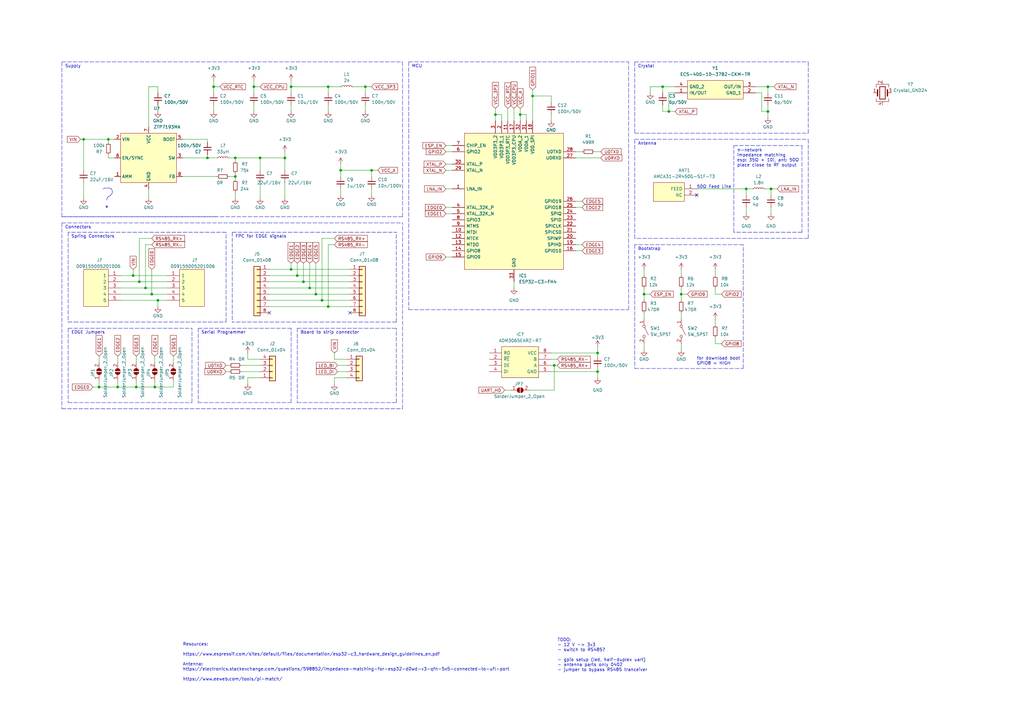
<source format=kicad_sch>
(kicad_sch (version 20211123) (generator eeschema)
  (paper "A3")
  (junction (at 124.46 115.57))
  (junction (at 152.4 69.85))
  (junction (at 116.84 64.77))
  (junction (at 44.45 57.15))
  (junction (at 57.15 115.57))
  (junction (at 245.11 152.4))
  (junction (at 314.96 45.72))
  (junction (at 55.88 158.75))
  (junction (at 314.96 35.56))
  (junction (at 119.38 35.56))
  (junction (at 213.36 46.99))
  (junction (at 264.16 120.65))
  (junction (at 245.11 144.78))
  (junction (at 132.08 123.19))
  (junction (at 149.86 35.56))
  (junction (at 62.23 120.65))
  (junction (at 48.26 158.75))
  (junction (at 306.07 77.47))
  (junction (at 274.32 45.72))
  (junction (at 134.62 35.56))
  (junction (at 134.62 125.73))
  (junction (at 106.68 64.77))
  (junction (at 85.09 64.77))
  (junction (at 96.52 72.39))
  (junction (at 203.2 46.99))
  (junction (at 87.63 35.56))
  (junction (at 59.69 118.11))
  (junction (at 40.64 158.75))
  (junction (at 54.61 113.03))
  (junction (at 227.33 149.86))
  (junction (at 96.52 64.77))
  (junction (at 34.29 57.15))
  (junction (at 119.38 110.49))
  (junction (at 271.78 35.56))
  (junction (at 104.14 35.56))
  (junction (at 127 118.11))
  (junction (at 316.23 77.47))
  (junction (at 279.4 120.65))
  (junction (at 129.54 120.65))
  (junction (at 218.44 39.37))
  (junction (at 64.77 123.19))
  (junction (at 63.5 158.75))
  (junction (at 121.92 113.03))
  (junction (at 139.7 69.85))
  (no_connect (at 143.51 128.27))
  (no_connect (at 110.49 128.27))
  (no_connect (at 285.75 80.01))
  (wire (pts (xy 59.69 100.33) (xy 59.69 118.11)))
  (polyline (pts (xy 260.35 97.79) (xy 260.35 57.15)))
  (polyline (pts (xy 260.35 54.61) (xy 331.47 54.61)))
  (wire (pts (xy 104.14 43.18) (xy 104.14 45.72)))
  (polyline (pts (xy 27.94 95.25) (xy 27.94 132.08)))
  (polyline (pts (xy 119.38 165.1) (xy 119.38 134.62)))
  (polyline (pts (xy 121.92 134.62) (xy 121.92 165.1)))
  (wire (pts (xy 63.5 158.75) (xy 71.12 158.75)))
  (wire (pts (xy 48.26 158.75) (xy 55.88 158.75)))
  (wire (pts (xy 60.96 35.56) (xy 64.77 35.56)))
  (polyline (pts (xy 95.25 95.25) (xy 95.25 132.08)))
  (wire (pts (xy 127 118.11) (xy 143.51 118.11)))
  (wire (pts (xy 96.52 71.12) (xy 96.52 72.39)))
  (wire (pts (xy 264.16 110.49) (xy 264.16 113.03)))
  (wire (pts (xy 96.52 72.39) (xy 96.52 73.66)))
  (polyline (pts (xy 167.64 25.4) (xy 167.64 127)))
  (wire (pts (xy 152.4 69.85) (xy 152.4 72.39)))
  (wire (pts (xy 101.6 144.78) (xy 101.6 147.32)))
  (wire (pts (xy 93.98 64.77) (xy 96.52 64.77)))
  (wire (pts (xy 127 118.11) (xy 127 107.95)))
  (wire (pts (xy 119.38 33.02) (xy 119.38 35.56)))
  (wire (pts (xy 55.88 146.05) (xy 55.88 148.59)))
  (wire (pts (xy 218.44 39.37) (xy 226.06 39.37)))
  (polyline (pts (xy 331.47 54.61) (xy 331.47 25.4)))
  (wire (pts (xy 264.16 140.97) (xy 264.16 143.51)))
  (wire (pts (xy 218.44 36.83) (xy 218.44 39.37)))
  (wire (pts (xy 182.88 67.31) (xy 185.42 67.31)))
  (wire (pts (xy 306.07 77.47) (xy 308.61 77.47)))
  (wire (pts (xy 119.38 35.56) (xy 134.62 35.56)))
  (wire (pts (xy 101.6 147.32) (xy 106.68 147.32)))
  (wire (pts (xy 116.84 62.23) (xy 116.84 64.77)))
  (wire (pts (xy 104.14 35.56) (xy 104.14 33.02)))
  (polyline (pts (xy 25.4 167.64) (xy 165.1 167.64)))
  (wire (pts (xy 62.23 100.33) (xy 59.69 100.33)))
  (wire (pts (xy 101.6 154.94) (xy 106.68 154.94)))
  (wire (pts (xy 228.6 149.86) (xy 227.33 149.86)))
  (polyline (pts (xy 328.93 95.25) (xy 300.99 95.25)))
  (wire (pts (xy 139.7 67.31) (xy 139.7 69.85)))
  (wire (pts (xy 63.5 146.05) (xy 63.5 148.59)))
  (wire (pts (xy 110.49 120.65) (xy 129.54 120.65)))
  (wire (pts (xy 182.88 105.41) (xy 185.42 105.41)))
  (wire (pts (xy 243.84 62.23) (xy 246.38 62.23)))
  (wire (pts (xy 106.68 64.77) (xy 116.84 64.77)))
  (wire (pts (xy 110.49 123.19) (xy 132.08 123.19)))
  (wire (pts (xy 264.16 118.11) (xy 264.16 120.65)))
  (wire (pts (xy 271.78 35.56) (xy 271.78 38.1)))
  (polyline (pts (xy 121.92 134.62) (xy 162.56 134.62)))
  (wire (pts (xy 85.09 64.77) (xy 88.9 64.77)))
  (polyline (pts (xy 260.35 25.4) (xy 331.47 25.4)))
  (wire (pts (xy 96.52 64.77) (xy 106.68 64.77)))
  (wire (pts (xy 144.78 35.56) (xy 149.86 35.56)))
  (wire (pts (xy 208.28 44.45) (xy 208.28 49.53)))
  (polyline (pts (xy 78.74 165.1) (xy 78.74 134.62)))
  (wire (pts (xy 116.84 64.77) (xy 116.84 69.85)))
  (wire (pts (xy 99.06 149.86) (xy 106.68 149.86)))
  (wire (pts (xy 227.33 149.86) (xy 227.33 160.02)))
  (wire (pts (xy 55.88 158.75) (xy 55.88 156.21)))
  (wire (pts (xy 74.93 72.39) (xy 88.9 72.39)))
  (wire (pts (xy 226.06 152.4) (xy 245.11 152.4)))
  (polyline (pts (xy 165.1 88.9) (xy 25.4 88.9)))
  (wire (pts (xy 264.16 120.65) (xy 264.16 123.19)))
  (wire (pts (xy 64.77 35.56) (xy 64.77 38.1)))
  (wire (pts (xy 227.33 149.86) (xy 226.06 149.86)))
  (wire (pts (xy 182.88 85.09) (xy 185.42 85.09)))
  (wire (pts (xy 110.49 115.57) (xy 124.46 115.57)))
  (wire (pts (xy 293.37 130.81) (xy 293.37 133.35)))
  (wire (pts (xy 226.06 144.78) (xy 245.11 144.78)))
  (wire (pts (xy 264.16 120.65) (xy 266.7 120.65)))
  (wire (pts (xy 271.78 35.56) (xy 276.86 35.56)))
  (wire (pts (xy 110.49 113.03) (xy 121.92 113.03)))
  (wire (pts (xy 245.11 151.13) (xy 245.11 152.4)))
  (wire (pts (xy 62.23 120.65) (xy 68.58 120.65)))
  (wire (pts (xy 54.61 113.03) (xy 68.58 113.03)))
  (wire (pts (xy 49.53 123.19) (xy 64.77 123.19)))
  (polyline (pts (xy 165.1 25.4) (xy 165.1 88.9)))
  (polyline (pts (xy 25.4 91.44) (xy 165.1 91.44)))
  (wire (pts (xy 134.62 35.56) (xy 139.7 35.56)))
  (wire (pts (xy 306.07 80.01) (xy 306.07 77.47)))
  (wire (pts (xy 119.38 43.18) (xy 119.38 45.72)))
  (wire (pts (xy 274.32 45.72) (xy 271.78 45.72)))
  (wire (pts (xy 238.76 85.09) (xy 236.22 85.09)))
  (wire (pts (xy 236.22 64.77) (xy 246.38 64.77)))
  (wire (pts (xy 137.16 154.94) (xy 142.24 154.94)))
  (wire (pts (xy 40.64 156.21) (xy 40.64 158.75)))
  (polyline (pts (xy 95.25 95.25) (xy 162.56 95.25)))
  (wire (pts (xy 213.36 44.45) (xy 213.36 46.99)))
  (wire (pts (xy 137.16 144.78) (xy 137.16 147.32)))
  (wire (pts (xy 182.88 59.69) (xy 185.42 59.69)))
  (wire (pts (xy 57.15 97.79) (xy 62.23 97.79)))
  (wire (pts (xy 264.16 128.27) (xy 264.16 130.81)))
  (wire (pts (xy 119.38 38.1) (xy 119.38 35.56)))
  (wire (pts (xy 279.4 120.65) (xy 281.94 120.65)))
  (wire (pts (xy 33.02 57.15) (xy 34.29 57.15)))
  (wire (pts (xy 134.62 43.18) (xy 134.62 45.72)))
  (polyline (pts (xy 81.28 134.62) (xy 119.38 134.62)))
  (wire (pts (xy 316.23 77.47) (xy 316.23 80.01)))
  (wire (pts (xy 279.4 128.27) (xy 279.4 130.81)))
  (polyline (pts (xy 304.8 100.33) (xy 260.35 100.33)))
  (wire (pts (xy 59.69 118.11) (xy 68.58 118.11)))
  (wire (pts (xy 245.11 144.78) (xy 245.11 142.24)))
  (wire (pts (xy 279.4 110.49) (xy 279.4 113.03)))
  (wire (pts (xy 266.7 35.56) (xy 266.7 38.1)))
  (wire (pts (xy 218.44 39.37) (xy 218.44 49.53)))
  (wire (pts (xy 293.37 118.11) (xy 293.37 120.65)))
  (wire (pts (xy 313.69 77.47) (xy 316.23 77.47)))
  (wire (pts (xy 213.36 46.99) (xy 215.9 46.99)))
  (wire (pts (xy 44.45 63.5) (xy 44.45 64.77)))
  (wire (pts (xy 129.54 120.65) (xy 129.54 107.95)))
  (wire (pts (xy 236.22 100.33) (xy 238.76 100.33)))
  (wire (pts (xy 152.4 69.85) (xy 154.94 69.85)))
  (wire (pts (xy 124.46 115.57) (xy 143.51 115.57)))
  (wire (pts (xy 207.01 160.02) (xy 209.55 160.02)))
  (wire (pts (xy 213.36 49.53) (xy 213.36 46.99)))
  (wire (pts (xy 245.11 144.78) (xy 245.11 146.05)))
  (polyline (pts (xy 167.64 127) (xy 257.81 127)))
  (wire (pts (xy 316.23 77.47) (xy 318.77 77.47)))
  (wire (pts (xy 134.62 100.33) (xy 134.62 125.73)))
  (wire (pts (xy 64.77 43.18) (xy 64.77 45.72)))
  (wire (pts (xy 309.88 38.1) (xy 312.42 38.1)))
  (wire (pts (xy 129.54 120.65) (xy 143.51 120.65)))
  (wire (pts (xy 293.37 138.43) (xy 293.37 140.97)))
  (wire (pts (xy 274.32 45.72) (xy 276.86 45.72)))
  (wire (pts (xy 138.43 149.86) (xy 142.24 149.86)))
  (wire (pts (xy 124.46 115.57) (xy 124.46 107.95)))
  (polyline (pts (xy 92.71 132.08) (xy 92.71 95.25)))
  (wire (pts (xy 314.96 43.18) (xy 314.96 45.72)))
  (wire (pts (xy 149.86 43.18) (xy 149.86 45.72)))
  (wire (pts (xy 316.23 85.09) (xy 316.23 87.63)))
  (wire (pts (xy 121.92 113.03) (xy 121.92 107.95)))
  (polyline (pts (xy 92.71 95.25) (xy 27.94 95.25)))
  (wire (pts (xy 48.26 158.75) (xy 48.26 156.21)))
  (wire (pts (xy 110.49 118.11) (xy 127 118.11)))
  (polyline (pts (xy 30.48 132.08) (xy 92.71 132.08)))
  (wire (pts (xy 293.37 120.65) (xy 295.91 120.65)))
  (wire (pts (xy 134.62 125.73) (xy 143.51 125.73)))
  (wire (pts (xy 152.4 77.47) (xy 152.4 80.01)))
  (wire (pts (xy 137.16 147.32) (xy 142.24 147.32)))
  (wire (pts (xy 226.06 46.99) (xy 226.06 49.53)))
  (wire (pts (xy 74.93 64.77) (xy 85.09 64.77)))
  (wire (pts (xy 279.4 140.97) (xy 279.4 143.51)))
  (wire (pts (xy 226.06 147.32) (xy 228.6 147.32)))
  (wire (pts (xy 245.11 152.4) (xy 245.11 154.94)))
  (wire (pts (xy 96.52 81.28) (xy 96.52 78.74)))
  (wire (pts (xy 92.71 149.86) (xy 93.98 149.86)))
  (wire (pts (xy 312.42 45.72) (xy 314.96 45.72)))
  (polyline (pts (xy 27.94 134.62) (xy 78.74 134.62)))
  (wire (pts (xy 285.75 77.47) (xy 306.07 77.47)))
  (polyline (pts (xy 162.56 132.08) (xy 162.56 95.25)))
  (wire (pts (xy 60.96 35.56) (xy 60.96 52.07)))
  (wire (pts (xy 57.15 115.57) (xy 68.58 115.57)))
  (polyline (pts (xy 331.47 57.15) (xy 331.47 97.79)))
  (wire (pts (xy 279.4 118.11) (xy 279.4 120.65)))
  (wire (pts (xy 271.78 35.56) (xy 266.7 35.56)))
  (wire (pts (xy 293.37 110.49) (xy 293.37 113.03)))
  (polyline (pts (xy 25.4 91.44) (xy 25.4 167.64)))
  (polyline (pts (xy 25.4 25.4) (xy 165.1 25.4)))
  (wire (pts (xy 312.42 38.1) (xy 312.42 45.72)))
  (wire (pts (xy 274.32 38.1) (xy 274.32 45.72)))
  (wire (pts (xy 85.09 57.15) (xy 85.09 58.42)))
  (polyline (pts (xy 81.28 165.1) (xy 119.38 165.1)))
  (wire (pts (xy 63.5 158.75) (xy 63.5 156.21)))
  (polyline (pts (xy 304.8 151.13) (xy 304.8 100.33)))
  (polyline (pts (xy 257.81 127) (xy 257.81 25.4)))
  (wire (pts (xy 71.12 146.05) (xy 71.12 148.59)))
  (wire (pts (xy 210.82 44.45) (xy 210.82 49.53)))
  (wire (pts (xy 106.68 64.77) (xy 106.68 69.85)))
  (polyline (pts (xy 260.35 100.33) (xy 260.35 151.13)))
  (wire (pts (xy 276.86 38.1) (xy 274.32 38.1)))
  (wire (pts (xy 96.52 64.77) (xy 96.52 66.04)))
  (wire (pts (xy 119.38 110.49) (xy 119.38 107.95)))
  (wire (pts (xy 271.78 43.18) (xy 271.78 45.72)))
  (wire (pts (xy 38.1 158.75) (xy 40.64 158.75)))
  (wire (pts (xy 49.53 118.11) (xy 59.69 118.11)))
  (wire (pts (xy 203.2 44.45) (xy 203.2 46.99)))
  (wire (pts (xy 87.63 35.56) (xy 90.17 35.56)))
  (wire (pts (xy 132.08 97.79) (xy 132.08 123.19)))
  (wire (pts (xy 314.96 35.56) (xy 317.5 35.56)))
  (polyline (pts (xy 27.94 134.62) (xy 27.94 165.1)))
  (wire (pts (xy 106.68 74.93) (xy 106.68 81.28)))
  (polyline (pts (xy 300.99 95.25) (xy 300.99 59.69)))
  (wire (pts (xy 139.7 77.47) (xy 139.7 80.01)))
  (wire (pts (xy 137.16 97.79) (xy 132.08 97.79)))
  (polyline (pts (xy 331.47 97.79) (xy 260.35 97.79)))
  (wire (pts (xy 49.53 113.03) (xy 54.61 113.03)))
  (wire (pts (xy 54.61 110.49) (xy 54.61 113.03)))
  (wire (pts (xy 132.08 123.19) (xy 143.51 123.19)))
  (wire (pts (xy 55.88 158.75) (xy 63.5 158.75)))
  (polyline (pts (xy 167.64 25.4) (xy 257.81 25.4)))
  (wire (pts (xy 182.88 87.63) (xy 185.42 87.63)))
  (polyline (pts (xy 260.35 25.4) (xy 260.35 54.61)))
  (wire (pts (xy 40.64 146.05) (xy 40.64 148.59)))
  (polyline (pts (xy 121.92 165.1) (xy 162.56 165.1)))
  (wire (pts (xy 182.88 77.47) (xy 185.42 77.47)))
  (wire (pts (xy 44.45 57.15) (xy 44.45 58.42)))
  (polyline (pts (xy 27.94 132.08) (xy 30.48 132.08)))
  (wire (pts (xy 71.12 158.75) (xy 71.12 156.21)))
  (wire (pts (xy 87.63 38.1) (xy 87.63 35.56)))
  (wire (pts (xy 236.22 82.55) (xy 238.76 82.55)))
  (wire (pts (xy 279.4 120.65) (xy 279.4 123.19)))
  (wire (pts (xy 87.63 35.56) (xy 87.63 33.02)))
  (wire (pts (xy 110.49 110.49) (xy 119.38 110.49)))
  (wire (pts (xy 34.29 57.15) (xy 44.45 57.15)))
  (wire (pts (xy 85.09 63.5) (xy 85.09 64.77)))
  (wire (pts (xy 93.98 72.39) (xy 96.52 72.39)))
  (wire (pts (xy 139.7 69.85) (xy 152.4 69.85)))
  (wire (pts (xy 49.53 120.65) (xy 62.23 120.65)))
  (polyline (pts (xy 162.56 165.1) (xy 162.56 134.62)))
  (wire (pts (xy 138.43 152.4) (xy 142.24 152.4)))
  (wire (pts (xy 119.38 110.49) (xy 143.51 110.49)))
  (wire (pts (xy 203.2 46.99) (xy 203.2 49.53)))
  (polyline (pts (xy 25.4 88.9) (xy 88.9 88.9)))
  (wire (pts (xy 34.29 57.15) (xy 34.29 69.85)))
  (wire (pts (xy 48.26 146.05) (xy 48.26 148.59)))
  (wire (pts (xy 137.16 100.33) (xy 134.62 100.33)))
  (polyline (pts (xy 165.1 167.64) (xy 165.1 91.44)))
  (wire (pts (xy 40.64 158.75) (xy 48.26 158.75)))
  (wire (pts (xy 116.84 74.93) (xy 116.84 81.28)))
  (polyline (pts (xy 25.4 88.9) (xy 25.4 25.4)))
  (wire (pts (xy 44.45 57.15) (xy 46.99 57.15)))
  (polyline (pts (xy 27.94 165.1) (xy 78.74 165.1)))
  (wire (pts (xy 182.88 62.23) (xy 185.42 62.23)))
  (wire (pts (xy 99.06 152.4) (xy 106.68 152.4)))
  (wire (pts (xy 210.82 115.57) (xy 210.82 118.11)))
  (wire (pts (xy 182.88 69.85) (xy 185.42 69.85)))
  (wire (pts (xy 60.96 77.47) (xy 60.96 81.28)))
  (wire (pts (xy 149.86 35.56) (xy 152.4 35.56)))
  (wire (pts (xy 203.2 46.99) (xy 205.74 46.99)))
  (wire (pts (xy 205.74 46.99) (xy 205.74 49.53)))
  (wire (pts (xy 134.62 38.1) (xy 134.62 35.56)))
  (wire (pts (xy 306.07 85.09) (xy 306.07 87.63)))
  (wire (pts (xy 236.22 62.23) (xy 238.76 62.23)))
  (wire (pts (xy 314.96 35.56) (xy 314.96 38.1)))
  (wire (pts (xy 57.15 97.79) (xy 57.15 115.57)))
  (wire (pts (xy 44.45 64.77) (xy 46.99 64.77)))
  (wire (pts (xy 226.06 39.37) (xy 226.06 41.91)))
  (wire (pts (xy 62.23 110.49) (xy 62.23 120.65)))
  (polyline (pts (xy 260.35 57.15) (xy 331.47 57.15)))
  (polyline (pts (xy 300.99 59.69) (xy 328.93 59.69)))
  (wire (pts (xy 110.49 125.73) (xy 134.62 125.73)))
  (wire (pts (xy 34.29 74.93) (xy 34.29 81.28)))
  (wire (pts (xy 101.6 157.48) (xy 101.6 154.94)))
  (wire (pts (xy 92.71 152.4) (xy 93.98 152.4)))
  (wire (pts (xy 64.77 123.19) (xy 64.77 125.73)))
  (wire (pts (xy 295.91 140.97) (xy 293.37 140.97)))
  (polyline (pts (xy 162.56 132.08) (xy 95.25 132.08)))
  (wire (pts (xy 217.17 160.02) (xy 227.33 160.02)))
  (wire (pts (xy 74.93 57.15) (xy 85.09 57.15)))
  (wire (pts (xy 139.7 69.85) (xy 139.7 72.39)))
  (polyline (pts (xy 260.35 151.13) (xy 304.8 151.13)))
  (wire (pts (xy 104.14 35.56) (xy 106.68 35.56)))
  (wire (pts (xy 215.9 46.99) (xy 215.9 49.53)))
  (wire (pts (xy 236.22 102.87) (xy 238.76 102.87)))
  (wire (pts (xy 314.96 45.72) (xy 314.96 48.26)))
  (polyline (pts (xy 328.93 59.69) (xy 328.93 95.25)))
  (wire (pts (xy 309.88 35.56) (xy 314.96 35.56)))
  (wire (pts (xy 87.63 43.18) (xy 87.63 45.72)))
  (wire (pts (xy 137.16 154.94) (xy 137.16 157.48)))
  (wire (pts (xy 121.92 113.03) (xy 143.51 113.03)))
  (wire (pts (xy 49.53 115.57) (xy 57.15 115.57)))
  (wire (pts (xy 64.77 123.19) (xy 68.58 123.19)))
  (polyline (pts (xy 81.28 134.62) (xy 81.28 165.1)))
  (wire (pts (xy 104.14 38.1) (xy 104.14 35.56)))
  (wire (pts (xy 149.86 35.56) (xy 149.86 38.1)))
  (text "Connectors" (at 26.67 93.98 0) (effects (font (size 1.27 1.27)) (justify left bottom)))
  (text "π-network \nimpedance matching\nesp: 35Ω + 10i, ant: 50Ω\nplace close to RF output" (at 302.26 68.58 0) (effects (font (size 1.27 1.27)) (justify left bottom)))
  (text "Spring Connectors" (at 29.21 97.79 0) (effects (font (size 1.27 1.27)) (justify left bottom)))
  (text "Supply" (at 26.67 27.94 0) (effects (font (size 1.27 1.27)) (justify left bottom)))
  (text "FPC for EDGE signals" (at 96.52 97.79 0) (effects (font (size 1.27 1.27)) (justify left bottom)))
  (text "Serial Programmer" (at 82.55 137.16 0) (effects (font (size 1.27 1.27)) (justify left bottom)))
  (text "Board to strip connector" (at 123.19 137.16 0) (effects (font (size 1.27 1.27)) (justify left bottom)))
  (text "for download boot\nGPIO8 = HIGH" (at 285.75 149.86 0) (effects (font (size 1.27 1.27)) (justify left bottom)))
  (text "EDGE Jumpers" (at 29.21 137.16 0) (effects (font (size 1.27 1.27)) (justify left bottom)))
  (text "Antenna" (at 261.62 59.69 0) (effects (font (size 1.27 1.27)) (justify left bottom)))
  (text "?" (at 40.64 86.36 0) (effects (font (size 8 8)) (justify left bottom)))
  (text "MCU" (at 168.91 27.94 0) (effects (font (size 1.27 1.27)) (justify left bottom)))
  (text "Resources:\n\nhttps://www.espressif.com/sites/default/files/documentation/esp32-c3_hardware_design_guidelines_en.pdf\n\nAntenna:\nhttps://electronics.stackexchange.com/questions/598852/impedance-matching-for-esp32-d0wd-v3-qfn-5x5-connected-to-ufl-port\n\nhttps://www.eeweb.com/tools/pi-match/" (at 74.93 279.4 0) (effects (font (size 1.27 1.27)) (justify left bottom)))
  (text "Crystal" (at 261.62 27.94 0) (effects (font (size 1.27 1.27)) (justify left bottom)))
  (text "Bootstrap" (at 261.62 102.87 0) (effects (font (size 1.27 1.27)) (justify left bottom)))
  (text "50Ω Feed Line" (at 285.75 77.47 0) (effects (font (size 1.27 1.27)) (justify left bottom)))
  (text "TODO:\n- 12 V -> 3v3\n- switch to RS485?\n\n- gpio setup (led, half-duplex uart)\n- antenna parts only 0402\n- jumper to bypass RS485 tranceiver\n" (at 228.6 275.59 0) (effects (font (size 1.27 1.27)) (justify left bottom)))
  (global_label "LED_DI" (shape input) (at 138.43 152.4 180) (property "Intersheet References" "${INTERSHEET_REFS}" (effects hide)))
  (global_label "EDGE5" (shape input) (at 71.12 146.05 90) (property "Intersheet References" "${INTERSHEET_REFS}" (effects hide)))
  (global_label "U0TXD" (shape input) (at 246.38 62.23 0) (property "Intersheet References" "${INTERSHEET_REFS}" (effects hide)))
  (global_label "GPIO8" (shape input) (at 295.91 140.97 0) (property "Intersheet References" "${INTERSHEET_REFS}" (effects hide)))
  (global_label "VCC_RTC" (shape input) (at 90.17 35.56 0) (property "Intersheet References" "${INTERSHEET_REFS}" (effects hide)))
  (global_label "VCC_CPU" (shape input) (at 210.82 44.45 90) (property "Intersheet References" "${INTERSHEET_REFS}" (effects hide)))
  (global_label "EDGE0" (shape input) (at 62.23 110.49 90) (property "Intersheet References" "${INTERSHEET_REFS}" (effects hide)))
  (global_label "VCC_RTC" (shape input) (at 208.28 44.45 90) (property "Intersheet References" "${INTERSHEET_REFS}" (effects hide)))
  (global_label "XTAL_P" (shape input) (at 182.88 67.31 180) (property "Intersheet References" "${INTERSHEET_REFS}" (effects hide)))
  (global_label "LNA_IN" (shape input) (at 318.77 77.47 0) (property "Intersheet References" "${INTERSHEET_REFS}" (effects hide)))
  (global_label "VIN" (shape input) (at 137.16 144.78 90) (property "Intersheet References" "${INTERSHEET_REFS}" (effects hide)))
  (global_label "LED_BI" (shape input) (at 138.43 149.86 180) (property "Intersheet References" "${INTERSHEET_REFS}" (effects hide)))
  (global_label "EDGE2" (shape input) (at 48.26 146.05 90) (property "Intersheet References" "${INTERSHEET_REFS}" (effects hide)))
  (global_label "RS485_RX+" (shape input) (at 62.23 97.79 0) (property "Intersheet References" "${INTERSHEET_REFS}" (effects hide)))
  (global_label "LNA_IN" (shape input) (at 182.88 77.47 180) (property "Intersheet References" "${INTERSHEET_REFS}" (effects hide)))
  (global_label "UART_HD" (shape input) (at 207.01 160.02 180) (property "Intersheet References" "${INTERSHEET_REFS}" (effects hide)))
  (global_label "XTAL_N" (shape input) (at 317.5 35.56 0) (property "Intersheet References" "${INTERSHEET_REFS}" (effects hide)))
  (global_label "EDGE4" (shape input) (at 63.5 146.05 90) (property "Intersheet References" "${INTERSHEET_REFS}" (effects hide)))
  (global_label "EDGE1" (shape input) (at 119.38 107.95 90) (property "Intersheet References" "${INTERSHEET_REFS}" (effects hide)))
  (global_label "EDGE2" (shape input) (at 238.76 85.09 0) (property "Intersheet References" "${INTERSHEET_REFS}" (effects hide)))
  (global_label "GPIO11" (shape input) (at 218.44 36.83 90) (property "Intersheet References" "${INTERSHEET_REFS}" (effects hide)))
  (global_label "EDGE4" (shape input) (at 238.76 100.33 0) (property "Intersheet References" "${INTERSHEET_REFS}" (effects hide)))
  (global_label "U0RXD" (shape input) (at 246.38 64.77 0) (property "Intersheet References" "${INTERSHEET_REFS}" (effects hide)))
  (global_label "VCC_A" (shape input) (at 154.94 69.85 0) (property "Intersheet References" "${INTERSHEET_REFS}" (effects hide)))
  (global_label "RS485_RX+" (shape input) (at 137.16 97.79 0) (property "Intersheet References" "${INTERSHEET_REFS}" (effects hide)))
  (global_label "EDGE3" (shape input) (at 124.46 107.95 90) (property "Intersheet References" "${INTERSHEET_REFS}" (effects hide)))
  (global_label "VCC_3P3" (shape input) (at 203.2 44.45 90) (property "Intersheet References" "${INTERSHEET_REFS}" (effects hide)))
  (global_label "GPIO9" (shape input) (at 182.88 105.41 180) (property "Intersheet References" "${INTERSHEET_REFS}" (effects hide)))
  (global_label "XTAL_P" (shape input) (at 276.86 45.72 0) (property "Intersheet References" "${INTERSHEET_REFS}" (effects hide)))
  (global_label "EDGE4" (shape input) (at 127 107.95 90) (property "Intersheet References" "${INTERSHEET_REFS}" (effects hide)))
  (global_label "XTAL_N" (shape input) (at 182.88 69.85 180) (property "Intersheet References" "${INTERSHEET_REFS}" (effects hide)))
  (global_label "EDGE1" (shape input) (at 182.88 87.63 180) (property "Intersheet References" "${INTERSHEET_REFS}" (effects hide)))
  (global_label "EDGE0" (shape input) (at 38.1 158.75 180) (property "Intersheet References" "${INTERSHEET_REFS}" (effects hide)))
  (global_label "GPIO9" (shape input) (at 281.94 120.65 0) (property "Intersheet References" "${INTERSHEET_REFS}" (effects hide)))
  (global_label "VCC_3P3" (shape input) (at 152.4 35.56 0) (property "Intersheet References" "${INTERSHEET_REFS}" (effects hide)))
  (global_label "EDGE3" (shape input) (at 55.88 146.05 90) (property "Intersheet References" "${INTERSHEET_REFS}" (effects hide)))
  (global_label "RS485_RX-" (shape input) (at 62.23 100.33 0) (property "Intersheet References" "${INTERSHEET_REFS}" (effects hide)))
  (global_label "GPIO2" (shape input) (at 182.88 62.23 180) (property "Intersheet References" "${INTERSHEET_REFS}" (effects hide)))
  (global_label "ESP_EN" (shape input) (at 266.7 120.65 0) (property "Intersheet References" "${INTERSHEET_REFS}" (effects hide)))
  (global_label "U0RXD" (shape input) (at 92.71 152.4 180) (property "Intersheet References" "${INTERSHEET_REFS}" (effects hide)))
  (global_label "RS485_RX-" (shape input) (at 137.16 100.33 0) (property "Intersheet References" "${INTERSHEET_REFS}" (effects hide)))
  (global_label "ESP_EN" (shape input) (at 182.88 59.69 180) (property "Intersheet References" "${INTERSHEET_REFS}" (effects hide)))
  (global_label "EDGE5" (shape input) (at 238.76 82.55 0) (property "Intersheet References" "${INTERSHEET_REFS}" (effects hide)))
  (global_label "GPIO2" (shape input) (at 295.91 120.65 0) (property "Intersheet References" "${INTERSHEET_REFS}" (effects hide)))
  (global_label "VCC_CPU" (shape input) (at 106.68 35.56 0) (property "Intersheet References" "${INTERSHEET_REFS}" (effects hide)))
  (global_label "EDGE5" (shape input) (at 129.54 107.95 90) (property "Intersheet References" "${INTERSHEET_REFS}" (effects hide)))
  (global_label "EDGE1" (shape input) (at 40.64 146.05 90) (property "Intersheet References" "${INTERSHEET_REFS}" (effects hide)))
  (global_label "EDGE3" (shape input) (at 238.76 102.87 0) (property "Intersheet References" "${INTERSHEET_REFS}" (effects hide)))
  (global_label "RS485_RX+" (shape input) (at 228.6 149.86 0) (property "Intersheet References" "${INTERSHEET_REFS}" (effects hide)))
  (global_label "VIN" (shape input) (at 54.61 110.49 90) (property "Intersheet References" "${INTERSHEET_REFS}" (effects hide)))
  (global_label "U0TXD" (shape input) (at 92.71 149.86 180) (property "Intersheet References" "${INTERSHEET_REFS}" (effects hide)))
  (global_label "EDGE2" (shape input) (at 121.92 107.95 90) (property "Intersheet References" "${INTERSHEET_REFS}" (effects hide)))
  (global_label "RS485_RX-" (shape input) (at 228.6 147.32 0) (property "Intersheet References" "${INTERSHEET_REFS}" (effects hide)))
  (global_label "EDGE0" (shape input) (at 182.88 85.09 180) (property "Intersheet References" "${INTERSHEET_REFS}" (effects hide)))
  (global_label "VIN" (shape input) (at 33.02 57.15 180) (property "Intersheet References" "${INTERSHEET_REFS}" (effects hide)))
  (global_label "VCC_A" (shape input) (at 213.36 44.45 90) (property "Intersheet References" "${INTERSHEET_REFS}" (effects hide)))
  (symbol (lib_id "power:GND") (at 210.82 118.11 0) (unit 1)
    (property "Reference" "#PWR0118" (effects hide))
    (property "Value" "GND" (at 210.82 123.19 0))
  )
  (symbol (lib_id "power:GND") (at 106.68 81.28 0) (unit 1)
    (property "Reference" "#PWR?" (effects hide))
    (property "Value" "GND" (at 106.68 85.09 0))
  )
  (symbol (lib_id "Device:C_Small") (at 271.78 40.64 0) (unit 1)
    (property "Reference" "C3" (at 274.32 39.3762 0) (effects (justify left)))
    (property "Value" "6p/50V" (at 274.32 41.9162 0) (effects (justify left)))
    (property "Footprint" "Capacitor_SMD:C_0603_1608Metric" (effects hide))
    (property "Datasheet" "https://www.mouser.de/datasheet/2/210/WTC_MLCC_General_Purpose-1534899.pdf" (effects hide))
    (property "MFN" " 791-0603N6R0D500CT " (effects hide))
  )
  (symbol (lib_id "power:GND") (at 64.77 125.73 0) (unit 1)
    (property "Reference" "#PWR0109" (effects hide))
    (property "Value" "GND" (at 64.77 129.54 0))
  )
  (symbol (lib_id "Device:R_Small") (at 293.37 135.89 180) (unit 1)
    (property "Reference" "R?" (at 297.18 134.62 0))
    (property "Value" "10k" (at 297.18 137.16 0))
    (property "Footprint" "Resistor_SMD:R_0805_2012Metric" (effects hide))
    (property "Datasheet" "https://www.mouser.de/datasheet/2/418/4/NG_DS_1773204-3_1-1358553.pdf" (effects hide))
    (property "MFN" " 279-CRGCQ0805F10K " (effects hide))
  )
  (symbol (lib_id "power:GND") (at 60.96 81.28 0) (unit 1)
    (property "Reference" "#PWR?" (effects hide))
    (property "Value" "GND" (at 60.96 85.09 0))
  )
  (symbol (lib_id "power:GND") (at 34.29 81.28 0) (unit 1)
    (property "Reference" "#PWR?" (effects hide))
    (property "Value" "GND" (at 34.29 85.09 0))
  )
  (symbol (lib_id "Connector_Generic:Conn_01x04") (at 147.32 149.86 0) (unit 1)
    (property "Reference" "J6" (at 144.78 140.97 0) (effects (justify left)))
    (property "Value" "Conn_01x04" (at 142.24 143.51 0) (effects (justify left)))
  )
  (symbol (lib_id "Device:C_Small") (at 152.4 74.93 0) (unit 1)
    (property "Reference" "C10" (at 154.94 73.6662 0) (effects (justify left)))
    (property "Value" "10n/100V" (at 154.94 76.2062 0) (effects (justify left)))
    (property "Footprint" "Resistor_SMD:R_0805_2012Metric" (effects hide))
    (property "Datasheet" "https://www.mouser.de/datasheet/2/585/MLCC-1837944.pdf" (effects hide))
    (property "MFN" " 187-CL21B103KCANNNC " (effects hide))
  )
  (symbol (lib_id "power:+3V3") (at 139.7 67.31 0) (unit 1)
    (property "Reference" "#PWR0108" (effects hide))
    (property "Value" "+3V3" (at 139.7 62.23 0))
  )
  (symbol (lib_id "power:GND") (at 101.6 157.48 0) (unit 1)
    (property "Reference" "#PWR0120" (effects hide))
    (property "Value" "GND" (at 101.6 161.29 0))
  )
  (symbol (lib_id "power:GND") (at 137.16 157.48 0) (unit 1)
    (property "Reference" "#PWR0126" (effects hide))
    (property "Value" "GND" (at 137.16 161.29 0))
  )
  (symbol (lib_id "power:GND") (at 264.16 143.51 0) (unit 1)
    (property "Reference" "#PWR0124" (effects hide))
    (property "Value" "GND" (at 264.16 147.32 0))
  )
  (symbol (lib_id "Device:R_Small") (at 96.52 149.86 90) (unit 1)
    (property "Reference" "R4" (at 95.25 147.32 90))
    (property "Value" "0R" (at 99.06 147.32 90))
    (property "Footprint" "Resistor_SMD:R_0603_1608Metric" (effects hide))
    (property "Datasheet" "https://www.mouser.de/datasheet/2/54/cr_a-1858337.pdf" (effects hide))
    (property "MFN" " 652-CR0603AJ/-000ELF " (effects hide))
  )
  (symbol (lib_id "Device:L_Small") (at 311.15 77.47 90) (unit 1)
    (property "Reference" "L2" (at 311.15 72.39 90))
    (property "Value" "1.8n" (at 311.15 74.93 90))
    (property "Footprint" "Inductor_SMD:L_0603_1608Metric" (effects hide))
    (property "Datasheet" "https://eu.mouser.com/datasheet/2/445/7447860018G-2492238.pdf" (effects hide))
    (property "MFN" " 710-7447860018G " (effects hide))
  )
  (symbol (lib_id "Connector_Generic:Conn_01x08") (at 148.59 118.11 0) (unit 1)
    (property "Reference" "J7" (at 147.32 104.14 0) (effects (justify left)))
    (property "Value" "Conn_01x08" (at 143.51 106.68 0) (effects (justify left)))
  )
  (symbol (lib_id "Device:R_Small") (at 264.16 115.57 180) (unit 1)
    (property "Reference" "R2" (at 267.97 114.3 0))
    (property "Value" "12k" (at 267.97 116.84 0))
    (property "Footprint" "Resistor_SMD:R_0603_1608Metric" (effects hide))
    (property "Datasheet" "https://www.mouser.de/datasheet/2/427/crcwce3-1762584.pdf" (effects hide))
    (property "MFN" " 71-CRCW060312K0FKEAC " (effects hide))
  )
  (symbol (lib_id "Device:L_Small") (at 142.24 35.56 90) (unit 1)
    (property "Reference" "L1" (at 142.24 30.48 90))
    (property "Value" "2n" (at 142.24 33.02 90))
    (property "Footprint" "Capacitor_SMD:C_0402_1005Metric" (effects hide))
    (property "Datasheet" "https://eu.mouser.com/datasheet/2/281/1/JELF243B_9110-1699596.pdf" (effects hide))
    (property "MFN" " 81-LQG15HZ2N0C02D " (effects hide))
  )
  (symbol (lib_id "power:+3V3") (at 245.11 142.24 0) (unit 1)
    (property "Reference" "#PWR?" (effects hide))
    (property "Value" "+3V3" (at 245.11 138.43 0))
  )
  (symbol (lib_id "power:+3V3") (at 119.38 33.02 0) (unit 1)
    (property "Reference" "#PWR0113" (effects hide))
    (property "Value" "+3V3" (at 119.38 27.94 0))
  )
  (symbol (lib_id "Device:C_Small") (at 245.11 148.59 0) (unit 1)
    (property "Reference" "C?" (at 247.65 147.3262 0) (effects (justify left)))
    (property "Value" "100n/50V" (at 247.65 149.8662 0) (effects (justify left)))
    (property "Footprint" "Resistor_SMD:R_0603_1608Metric" (effects hide))
    (property "Datasheet" "https://www.mouser.de/datasheet/2/445/885382206004-1728027.pdf" (effects hide))
    (property "MFN" " 710-885382206004 " (effects hide))
  )
  (symbol (lib_id "hexleaf:ZTP7193MA") (at 60.96 63.5 0) (unit 1)
    (property "Reference" "U?" (at 62.9794 44.45 0) (effects (justify left)))
    (property "Value" "ZTP7193MA" (at 62.9794 52.07 0) (effects (justify left)))
    (property "Footprint" "Package_TO_SOT_SMD:SOT-23-8" (effects hide))
    (property "sourced" "lcsc" (effects hide))
  )
  (symbol (lib_id "Device:C_Small") (at 306.07 82.55 0) (unit 1)
    (property "Reference" "C6" (at 308.61 81.2862 0) (effects (justify left)))
    (property "Value" "4p" (at 308.61 83.8262 0) (effects (justify left)))
    (property "Footprint" "Capacitor_SMD:C_0603_1608Metric" (effects hide))
    (property "Datasheet" "https://www.mouser.de/datasheet/2/281/GQM1875C2E4R0WB12_01-1973985.pdf" (effects hide))
    (property "MFN" " 81-GQM1875C2E4R0WB2D " (effects hide))
  )
  (symbol (lib_id "Device:C_Small") (at 106.68 72.39 0) (unit 1)
    (property "Reference" "C?" (at 109.22 71.12 0) (effects (justify left)))
    (property "Value" "22uF{slash}16V" (at 105.41 74.93 0) (effects (justify left)))
    (property "Footprint" "Resistor_SMD:R_0603_1608Metric" (effects hide))
    (property "Datasheet" "https://datasheet.lcsc.com/lcsc/2103241955_Samsung-Electro-Mechanics-CL10A226MO7JZNC_C2762594.pdf" (effects hide))
    (property "MFN" "CL10A226MO7JZNC" (effects hide))
    (property "sourced" "lcsc" (effects hide))
  )
  (symbol (lib_id "power:+3V3") (at 293.37 110.49 0) (unit 1)
    (property "Reference" "#PWR0119" (effects hide))
    (property "Value" "+3V3" (at 293.37 105.41 0))
  )
  (symbol (lib_id "power:GND") (at 316.23 87.63 0) (unit 1)
    (property "Reference" "#PWR0102" (effects hide))
    (property "Value" "GND" (at 316.23 92.71 0))
  )
  (symbol (lib_id "Device:L_Small") (at 91.44 64.77 90) (unit 1)
    (property "Reference" "L?" (at 91.44 59.69 90))
    (property "Value" "33uH" (at 91.44 62.23 90))
    (property "Footprint" "hexleaf:CYH127" (effects hide))
    (property "sourced" "lcsc" (effects hide))
    (property "MFN" "CYH127-33UH " (effects hide))
  )
  (symbol (lib_id "Device:C_Small") (at 316.23 82.55 0) (unit 1)
    (property "Reference" "C8" (at 318.77 81.2862 0) (effects (justify left)))
    (property "Value" "5p" (at 318.77 83.8262 0) (effects (justify left)))
    (property "Footprint" "Capacitor_SMD:C_0603_1608Metric" (effects hide))
    (property "Datasheet" "https://www.mouser.de/datasheet/2/281/1/GRM1885C1H5R0WA01_01A-1984936.pdf" (effects hide))
    (property "MFN" " 81-GRM1885C1H5R0WA1D " (effects hide))
  )
  (symbol (lib_id "Switch:SW_SPST") (at 264.16 135.89 270) (unit 1)
    (property "Reference" "SW1" (at 266.7 134.6199 90) (effects (justify left)))
    (property "Value" "SW_SPST" (at 266.7 137.1599 90) (effects (justify left)))
    (property "Footprint" "hexleaf:KXT3-1831561" (effects hide))
    (property "Datasheet" "https://www.mouser.de/datasheet/2/60/kxt3-1841561.pdf" (effects hide))
    (property "MFN" "611-KXT331LHS " (effects hide))
  )
  (symbol (lib_id "Jumper:SolderJumper_2_Open") (at 40.64 152.4 90) (unit 1)
    (property "Reference" "JP1" (at 38.1 151.13 0) (effects (justify right)))
    (property "Value" "SolderJumper_2_Open" (at 43.18 142.24 0) (effects (justify right)))
    (property "Footprint" "Jumper:SolderJumper-2_P1.3mm_Open_TrianglePad1.0x1.5mm" (effects hide))
  )
  (symbol (lib_id "Device:C_Small") (at 85.09 60.96 180) (unit 1)
    (property "Reference" "C?" (at 82.55 62.23 0) (effects (justify left)))
    (property "Value" "100n/50V" (at 82.55 59.69 0) (effects (justify left)))
    (property "Footprint" "Resistor_SMD:R_0603_1608Metric" (effects hide))
    (property "Datasheet" "https://www.mouser.de/datasheet/2/445/885382206004-1728027.pdf" (effects hide))
    (property "MFN" " 710-885382206004 " (effects hide))
  )
  (symbol (lib_id "Device:R_Small") (at 279.4 125.73 180) (unit 1)
    (property "Reference" "R7" (at 283.21 124.46 0))
    (property "Value" "470R" (at 283.21 127 0))
    (property "Footprint" "Resistor_SMD:R_0603_1608Metric" (effects hide))
    (property "Datasheet" "https://www.mouser.de/datasheet/2/219/RK73B-1825463.pdf" (effects hide))
    (property "MFN" " 660-RK73B1JTTDD471J " (effects hide))
  )
  (symbol (lib_id "Device:C_Small") (at 139.7 74.93 0) (unit 1)
    (property "Reference" "C9" (at 142.24 73.6662 0) (effects (justify left)))
    (property "Value" "1u/10V" (at 142.24 76.2062 0) (effects (justify left)))
    (property "Footprint" "Resistor_SMD:R_0603_1608Metric" (effects hide))
    (property "Datasheet" "https://www.mouser.de/datasheet/2/585/MLCC-1837944.pdf" (effects hide))
    (property "MFN" " 187-CL10A105KP8NNNL " (effects hide))
  )
  (symbol (lib_id "power:GND") (at 226.06 49.53 0) (unit 1)
    (property "Reference" "#PWR0117" (effects hide))
    (property "Value" "GND" (at 226.06 53.34 0))
  )
  (symbol (lib_id "Device:R_Small") (at 96.52 76.2 180) (unit 1)
    (property "Reference" "R?" (at 100.33 74.93 0))
    (property "Value" "24k" (at 100.33 77.47 0))
    (property "Footprint" "Resistor_SMD:R_0603_1608Metric" (effects hide))
    (property "Datasheet" "https://www.mouser.de/datasheet/2/427/crcwce3-1762584.pdf" (effects hide))
    (property "MFN" " 71-CRCW060312K0FKEAC " (effects hide))
  )
  (symbol (lib_id "power:GND") (at 96.52 81.28 0) (unit 1)
    (property "Reference" "#PWR?" (effects hide))
    (property "Value" "GND" (at 96.52 85.09 0))
  )
  (symbol (lib_id "power:GND") (at 87.63 45.72 0) (unit 1)
    (property "Reference" "#PWR0115" (effects hide))
    (property "Value" "GND" (at 87.63 49.53 0))
  )
  (symbol (lib_id "power:+3V3") (at 104.14 33.02 0) (unit 1)
    (property "Reference" "#PWR0107" (effects hide))
    (property "Value" "+3V3" (at 104.14 27.94 0))
  )
  (symbol (lib_id "Switch:SW_SPST") (at 279.4 135.89 270) (unit 1)
    (property "Reference" "SW2" (at 281.94 134.6199 90) (effects (justify left)))
    (property "Value" "SW_SPST" (at 281.94 137.1599 90) (effects (justify left)))
    (property "Footprint" "hexleaf:KXT3-1831561" (effects hide))
    (property "Datasheet" "https://www.mouser.de/datasheet/2/60/kxt3-1841561.pdf" (effects hide))
    (property "MFN" "611-KXT331LHS " (effects hide))
  )
  (symbol (lib_id "Device:C_Small") (at 134.62 40.64 0) (unit 1)
    (property "Reference" "C4" (at 137.16 39.37 0) (effects (justify left)))
    (property "Value" "100n/50V" (at 137.16 41.91 0) (effects (justify left)))
    (property "Footprint" "Resistor_SMD:R_0603_1608Metric" (effects hide))
    (property "Datasheet" "https://www.mouser.de/datasheet/2/445/885382206004-1728027.pdf" (effects hide))
    (property "MFN" " 710-885382206004 " (effects hide))
  )
  (symbol (lib_id "power:+3V3") (at 87.63 33.02 0) (unit 1)
    (property "Reference" "#PWR0116" (effects hide))
    (property "Value" "+3V3" (at 87.63 27.94 0))
  )
  (symbol (lib_id "power:GND") (at 139.7 80.01 0) (unit 1)
    (property "Reference" "#PWR0103" (effects hide))
    (property "Value" "GND" (at 139.7 83.82 0))
  )
  (symbol (lib_id "power:GND") (at 279.4 143.51 0) (unit 1)
    (property "Reference" "#PWR0125" (effects hide))
    (property "Value" "GND" (at 279.4 147.32 0))
  )
  (symbol (lib_id "power:GND") (at 104.14 45.72 0) (unit 1)
    (property "Reference" "#PWR0106" (effects hide))
    (property "Value" "GND" (at 104.14 49.53 0))
  )
  (symbol (lib_id "hexleaf:AMCA31-2R450G-S1F-T3") (at 285.75 77.47 0) (mirror y) (unit 1)
    (property "Reference" "ANT1" (at 280.67 69.85 0))
    (property "Value" "AMCA31-2R450G-S1F-T3" (at 280.67 72.39 0))
    (property "Footprint" "hexleaf:ANTC3216X140N" (effects hide))
    (property "Datasheet" "http://www.abracon.com/chip-antenna/AMCA31-2R450G-S1F-T.pdf" (effects hide))
    (property "Description" "ABRACON - AMCA31-2R450G-S1F-T3 - ANTENNA, CHIP, 2.45GHZ, 50 OHM, 1206" (effects hide))
    (property "Height" "1.4" (effects hide))
    (property "Mouser Part Number" "815-CA312R450GS1FT3" (effects hide))
    (property "Mouser Price/Stock" "https://www.mouser.co.uk/ProductDetail/ABRACON/AMCA31-2R450G-S1F-T3?qs=AAveGqk956GLuOddQEK40Q%3D%3D" (effects hide))
    (property "Manufacturer_Name" "ABRACON" (effects hide))
    (property "Manufacturer_Part_Number" "AMCA31-2R450G-S1F-T3" (effects hide))
  )
  (symbol (lib_id "power:GND") (at 64.77 45.72 0) (unit 1)
    (property "Reference" "#PWR?" (effects hide))
    (property "Value" "GND" (at 64.77 49.53 0))
  )
  (symbol (lib_id "power:+3V3") (at 264.16 110.49 0) (unit 1)
    (property "Reference" "#PWR0121" (effects hide))
    (property "Value" "+3V3" (at 264.16 105.41 0))
  )
  (symbol (lib_id "Connector_Generic:Conn_01x04") (at 111.76 152.4 0) (mirror x) (unit 1)
    (property "Reference" "J2" (at 110.49 140.97 0) (effects (justify left)))
    (property "Value" "Conn_01x04" (at 105.41 143.51 0) (effects (justify left)))
    (property "Footprint" "Connector_PinHeader_2.54mm:PinHeader_1x04_P2.54mm_Vertical" (effects hide))
  )
  (symbol (lib_id "Device:C_Small") (at 64.77 40.64 0) (unit 1)
    (property "Reference" "C?" (at 67.31 39.37 0) (effects (justify left)))
    (property "Value" "100n/50V" (at 67.31 41.91 0) (effects (justify left)))
    (property "Footprint" "Resistor_SMD:R_0603_1608Metric" (effects hide))
    (property "Datasheet" "https://www.mouser.de/datasheet/2/445/885382206004-1728027.pdf" (effects hide))
    (property "MFN" " 710-885382206004 " (effects hide))
  )
  (symbol (lib_id "power:GND") (at 245.11 154.94 0) (unit 1)
    (property "Reference" "#PWR?" (effects hide))
    (property "Value" "GND" (at 245.11 160.02 0))
  )
  (symbol (lib_id "power:GND") (at 314.96 48.26 0) (unit 1)
    (property "Reference" "#PWR0110" (effects hide))
    (property "Value" "GND" (at 314.96 52.07 0))
  )
  (symbol (lib_id "Jumper:SolderJumper_2_Open") (at 55.88 152.4 90) (unit 1)
    (property "Reference" "JP3" (at 53.34 151.13 0) (effects (justify right)))
    (property "Value" "SolderJumper_2_Open" (at 58.42 142.24 0) (effects (justify right)))
    (property "Footprint" "Jumper:SolderJumper-2_P1.3mm_Open_TrianglePad1.0x1.5mm" (effects hide))
  )
  (symbol (lib_id "hexleaf:ECS-400-10-37B2-CKM-TR") (at 276.86 35.56 0) (unit 1)
    (property "Reference" "Y1" (at 293.37 27.94 0))
    (property "Value" "ECS-400-10-37B2-CKM-TR" (at 293.37 30.48 0))
    (property "Footprint" "hexleaf:ECS4001037B2CKMTR" (effects hide))
    (property "Datasheet" "https://ecsxtal.com/store/pdf/ECX-1637B2.pdf" (effects hide))
    (property "Description" "Crystals 40.000 MHz 10 pF +/-10 +/-10 -20 +70 C +/-2 ppm Max. ESR = 40" (effects hide))
    (property "Height" "0.5" (effects hide))
    (property "Mouser Part Number" "520-400-10-37B2CKMTR" (effects hide))
    (property "Mouser Price/Stock" "https://www.mouser.co.uk/ProductDetail/ECS/ECS-400-10-37B2-CKM-TR?qs=QNEnbhJQKvYTTE6TC4Pr1w%3D%3D" (effects hide))
    (property "Manufacturer_Name" "ECS" (effects hide))
    (property "Manufacturer_Part_Number" "ECS-400-10-37B2-CKM-TR" (effects hide))
  )
  (symbol (lib_id "power:GND") (at 266.7 38.1 0) (unit 1)
    (property "Reference" "#PWR0111" (effects hide))
    (property "Value" "GND" (at 266.7 41.91 0))
  )
  (symbol (lib_id "Device:R_Small") (at 279.4 115.57 180) (unit 1)
    (property "Reference" "R6" (at 283.21 114.3 0))
    (property "Value" "12k" (at 283.21 116.84 0))
    (property "Footprint" "Resistor_SMD:R_0603_1608Metric" (effects hide))
    (property "Datasheet" "https://www.mouser.de/datasheet/2/427/crcwce3-1762584.pdf" (effects hide))
    (property "MFN" " 71-CRCW060312K0FKEAC " (effects hide))
  )
  (symbol (lib_id "power:GND") (at 119.38 45.72 0) (unit 1)
    (property "Reference" "#PWR0114" (effects hide))
    (property "Value" "GND" (at 119.38 49.53 0))
  )
  (symbol (lib_id "Jumper:SolderJumper_2_Open") (at 63.5 152.4 90) (unit 1)
    (property "Reference" "JP4" (at 60.96 151.13 0) (effects (justify right)))
    (property "Value" "SolderJumper_2_Open" (at 66.04 142.24 0) (effects (justify right)))
    (property "Footprint" "Jumper:SolderJumper-2_P1.3mm_Open_TrianglePad1.0x1.5mm" (effects hide))
  )
  (symbol (lib_id "Device:R_Small") (at 96.52 152.4 90) (unit 1)
    (property "Reference" "R5" (at 95.25 154.94 90))
    (property "Value" "0R" (at 99.06 154.94 90))
    (property "Footprint" "Resistor_SMD:R_0603_1608Metric" (effects hide))
    (property "Datasheet" "https://www.mouser.de/datasheet/2/54/cr_a-1858337.pdf" (effects hide))
    (property "MFN" " 652-CR0603AJ/-000ELF " (effects hide))
  )
  (symbol (lib_id "Device:C_Small") (at 104.14 40.64 0) (unit 1)
    (property "Reference" "C5" (at 106.68 39.3762 0) (effects (justify left)))
    (property "Value" "100n/50V" (at 106.68 41.9162 0) (effects (justify left)))
    (property "Footprint" "Resistor_SMD:R_0603_1608Metric" (effects hide))
    (property "Datasheet" "https://www.mouser.de/datasheet/2/445/885382206004-1728027.pdf" (effects hide))
    (property "MFN" " 710-885382206004 " (effects hide))
  )
  (symbol (lib_id "hexleaf:009155005201006") (at 68.58 113.03 0) (unit 1)
    (property "Reference" "J?" (at 78.74 106.68 0) (effects (justify left)))
    (property "Value" "009155005201006" (at 69.85 109.22 0) (effects (justify left)))
    (property "Footprint" "hexleaf:009155005201006" (effects hide))
    (property "Datasheet" "https://datasheets.avx.com/Reduced2.5mmPitch_9155-200.pdf" (effects hide))
    (property "Description" "Battery Contacts 5Way .4um Ht=3mm 3A 2.5mm Pitch Rdc Size" (effects hide))
    (property "Height" "3.9" (effects hide))
    (property "Mouser Part Number" "581-009155005201006" (effects hide))
    (property "Mouser Price/Stock" "https://www.mouser.co.uk/ProductDetail/AVX/009155005201006?qs=K5l8tOnjbWM%252BiwcodxVWWw%3D%3D" (effects hide))
    (property "Manufacturer_Name" "AVX" (effects hide))
    (property "Manufacturer_Part_Number" "009155005201006" (effects hide))
  )
  (symbol (lib_id "hexleaf:009155005201006") (at 49.53 113.03 0) (mirror y) (unit 1)
    (property "Reference" "J?" (at 41.91 106.68 0) (effects (justify left)))
    (property "Value" "009155005201006" (at 49.53 109.22 0) (effects (justify left)))
    (property "Footprint" "hexleaf:009155005201006" (effects hide))
    (property "Datasheet" "https://datasheets.avx.com/Reduced2.5mmPitch_9155-200.pdf" (effects hide))
    (property "Description" "Battery Contacts 5Way .4um Ht=3mm 3A 2.5mm Pitch Rdc Size" (effects hide))
    (property "Height" "3.9" (effects hide))
    (property "Mouser Part Number" "581-009155005201006" (effects hide))
    (property "Mouser Price/Stock" "https://www.mouser.co.uk/ProductDetail/AVX/009155005201006?qs=K5l8tOnjbWM%252BiwcodxVWWw%3D%3D" (effects hide))
    (property "Manufacturer_Name" "AVX" (effects hide))
    (property "Manufacturer_Part_Number" "009155005201006" (effects hide))
  )
  (symbol (lib_id "Device:R_Small") (at 293.37 115.57 180) (unit 1)
    (property "Reference" "R8" (at 297.18 114.3 0))
    (property "Value" "10k" (at 297.18 116.84 0))
    (property "Footprint" "Resistor_SMD:R_0805_2012Metric" (effects hide))
    (property "Datasheet" "https://www.mouser.de/datasheet/2/418/4/NG_DS_1773204-3_1-1358553.pdf" (effects hide))
    (property "MFN" " 279-CRGCQ0805F10K " (effects hide))
  )
  (symbol (lib_id "Device:Crystal_GND24") (at 361.95 38.1 0) (unit 1)
    (property "Reference" "Y?" (at 373.38 34.5186 0))
    (property "Value" "Crystal_GND24" (at 373.38 37.0586 0))
  )
  (symbol (lib_id "hexleaf:ESP32-C3") (at 210.82 82.55 0) (unit 1)
    (property "Reference" "IC1" (at 212.8394 113.03 0) (effects (justify left)))
    (property "Value" "ESP32-C3-FH4" (at 212.8394 115.57 0) (effects (justify left)))
    (property "Footprint" "hexleaf:QFN50P500X500X90-33N-D" (effects hide))
    (property "Datasheet" "https://www.espressif.com/sites/default/files/documentation/esp32-c3_datasheet_en.pdf" (effects hide))
    (property "Description" "Ultra-Low-Power SoC with RISC-V Single-Core CPU" (effects hide))
    (property "Height" "0.9" (effects hide))
    (property "Mouser Part Number" " 356-ESP32-C3FH4 " (effects hide))
    (property "Mouser Price/Stock" "https://www.mouser.de/ProductDetail/Espressif-Systems/ESP32-C3FH4?qs=iLbezkQI%252BsgL5PSvEueYlQ%3D%3D" (effects hide))
    (property "Manufacturer_Name" "Espressif Systems" (effects hide))
    (property "Manufacturer_Part_Number" "ESP32-C3FH4" (effects hide))
  )
  (symbol (lib_id "Jumper:SolderJumper_2_Open") (at 48.26 152.4 90) (unit 1)
    (property "Reference" "JP2" (at 45.72 151.13 0) (effects (justify right)))
    (property "Value" "SolderJumper_2_Open" (at 50.8 142.24 0) (effects (justify right)))
    (property "Footprint" "Jumper:SolderJumper-2_P1.3mm_Open_TrianglePad1.0x1.5mm" (effects hide))
  )
  (symbol (lib_id "Device:C_Small") (at 87.63 40.64 0) (unit 1)
    (property "Reference" "C2" (at 90.17 39.3762 0) (effects (justify left)))
    (property "Value" "100n/50V" (at 90.17 41.9162 0) (effects (justify left)))
    (property "Footprint" "Resistor_SMD:R_0603_1608Metric" (effects hide))
    (property "Datasheet" "https://www.mouser.de/datasheet/2/445/885382206004-1728027.pdf" (effects hide))
    (property "MFN" " 710-885382206004 " (effects hide))
  )
  (symbol (lib_id "hexleaf:ADM3065EARZ-R7") (at 200.66 144.78 0) (unit 1)
    (property "Reference" "IC?" (at 213.36 137.16 0))
    (property "Value" "ADM3065EARZ-R7" (at 213.36 139.7 0))
    (property "Footprint" "SOIC127P600X175-8N" (effects hide))
    (property "Datasheet" "https://www.mouser.de/datasheet/2/609/ADM3065E_EP_3066E_EP_3067E_EP-1596857.pdf" (effects hide))
    (property "Description" "Single Transmitter/Receiver RS-485 8-Pin SOIC N T/R" (effects hide))
    (property "Height" "1.75" (effects hide))
    (property "Mouser Part Number" "584-ADM3065EARZ-R7" (effects hide))
    (property "Mouser Price/Stock" "https://www.mouser.co.uk/ProductDetail/Analog-Devices/ADM3065EARZ-R7?qs=5aG0NVq1C4wlgo7fBqLiCg%3D%3D" (effects hide))
    (property "Manufacturer_Name" "Analog Devices" (effects hide))
    (property "Manufacturer_Part_Number" "ADM3065EARZ-R7" (effects hide))
  )
  (symbol (lib_id "power:GND") (at 306.07 87.63 0) (unit 1)
    (property "Reference" "#PWR0101" (effects hide))
    (property "Value" "GND" (at 306.07 92.71 0))
  )
  (symbol (lib_id "Device:C_Small") (at 226.06 44.45 0) (unit 1)
    (property "Reference" "C12" (at 228.6 43.1862 0) (effects (justify left)))
    (property "Value" "100n/50V" (at 228.6 45.7262 0) (effects (justify left)))
    (property "Footprint" "Resistor_SMD:R_0603_1608Metric" (effects hide))
    (property "Datasheet" "https://www.mouser.de/datasheet/2/445/885382206004-1728027.pdf" (effects hide))
    (property "MFN" " 710-885382206004 " (effects hide))
  )
  (symbol (lib_id "power:+3V3") (at 293.37 130.81 0) (unit 1)
    (property "Reference" "#PWR?" (effects hide))
    (property "Value" "+3V3" (at 293.37 125.73 0))
  )
  (symbol (lib_id "Device:C_Small") (at 119.38 40.64 0) (unit 1)
    (property "Reference" "C1" (at 121.92 39.37 0) (effects (justify left)))
    (property "Value" "10u/10V" (at 121.92 41.91 0) (effects (justify left)))
    (property "Footprint" "Resistor_SMD:R_0805_2012Metric" (effects hide))
    (property "Datasheet" "https://www.mouser.de/datasheet/2/585/MLCC-1837944.pdf" (effects hide))
    (property "MFN" " 187-CL21A106KPFNNNE " (effects hide))
  )
  (symbol (lib_id "Jumper:SolderJumper_2_Open") (at 213.36 160.02 0) (unit 1)
    (property "Reference" "JP?" (at 214.63 157.48 0) (effects (justify right)))
    (property "Value" "SolderJumper_2_Open" (at 223.52 162.56 0) (effects (justify right)))
    (property "Footprint" "Jumper:SolderJumper-2_P1.3mm_Open_TrianglePad1.0x1.5mm" (effects hide))
  )
  (symbol (lib_id "Connector_Generic:Conn_01x08") (at 105.41 118.11 0) (mirror y) (unit 1)
    (property "Reference" "J5" (at 105.41 104.14 0))
    (property "Value" "Conn_01x08" (at 105.41 106.68 0))
    (property "MFN" " 571-2328702-8 " (effects hide))
  )
  (symbol (lib_id "power:GND") (at 149.86 45.72 0) (unit 1)
    (property "Reference" "#PWR0105" (effects hide))
    (property "Value" "GND" (at 149.86 49.53 0))
  )
  (symbol (lib_id "power:GND") (at 152.4 80.01 0) (unit 1)
    (property "Reference" "#PWR0104" (effects hide))
    (property "Value" "GND" (at 152.4 83.82 0))
  )
  (symbol (lib_id "power:GND") (at 134.62 45.72 0) (unit 1)
    (property "Reference" "#PWR0112" (effects hide))
    (property "Value" "GND" (at 134.62 49.53 0))
  )
  (symbol (lib_id "Device:R_Small") (at 96.52 68.58 180) (unit 1)
    (property "Reference" "R?" (at 100.33 67.31 0))
    (property "Value" "75k" (at 100.33 69.85 0))
    (property "Footprint" "Resistor_SMD:R_0603_1608Metric" (effects hide))
    (property "Datasheet" "https://www.mouser.de/datasheet/2/427/crcwce3-1762584.pdf" (effects hide))
    (property "MFN" " 71-CRCW060312K0FKEAC " (effects hide))
  )
  (symbol (lib_id "Device:C_Small") (at 34.29 72.39 0) (unit 1)
    (property "Reference" "C?" (at 36.83 71.12 0) (effects (justify left)))
    (property "Value" "22uF{slash}16V" (at 36.83 73.66 0) (effects (justify left)))
    (property "Footprint" "Resistor_SMD:R_0603_1608Metric" (effects hide))
    (property "Datasheet" "https://datasheet.lcsc.com/lcsc/2103241955_Samsung-Electro-Mechanics-CL10A226MO7JZNC_C2762594.pdf" (effects hide))
    (property "MFN" "CL10A226MO7JZNC" (effects hide))
    (property "sourced" "lcsc" (effects hide))
  )
  (symbol (lib_id "Device:R_Small") (at 44.45 60.96 0) (unit 1)
    (property "Reference" "R?" (at 40.64 62.23 0))
    (property "Value" "100k" (at 40.64 59.69 0))
    (property "Footprint" "Resistor_SMD:R_0603_1608Metric" (effects hide))
    (property "Datasheet" "https://www.mouser.de/datasheet/2/427/crcwce3-1762584.pdf" (effects hide))
    (property "MFN" " 71-CRCW060312K0FKEAC " (effects hide))
  )
  (symbol (lib_id "power:+3V3") (at 116.84 62.23 0) (unit 1)
    (property "Reference" "#PWR?" (effects hide))
    (property "Value" "+3V3" (at 116.84 57.15 0))
  )
  (symbol (lib_id "power:GND") (at 116.84 81.28 0) (unit 1)
    (property "Reference" "#PWR?" (effects hide))
    (property "Value" "GND" (at 116.84 85.09 0))
  )
  (symbol (lib_id "power:+3V3") (at 279.4 110.49 0) (unit 1)
    (property "Reference" "#PWR0123" (effects hide))
    (property "Value" "+3V3" (at 279.4 105.41 0))
  )
  (symbol (lib_id "Device:R_Small") (at 241.3 62.23 90) (unit 1)
    (property "Reference" "R1" (at 241.3 55.88 90))
    (property "Value" "499R" (at 241.3 58.42 90))
    (property "Footprint" "Resistor_SMD:R_0603_1608Metric" (effects hide))
    (property "Datasheet" "https://www.mouser.de/datasheet/2/447/Yageo_03_18_2021_PYu_RC_Group_51_RoHS_L_11-2199992.pdf" (effects hide))
    (property "MFN" " 603-RC0603FR-13499RL " (effects hide))
  )
  (symbol (lib_id "Device:C_Small") (at 149.86 40.64 0) (unit 1)
    (property "Reference" "C7" (at 152.4 39.37 0) (effects (justify left)))
    (property "Value" "100n/50V" (at 152.4 41.91 0) (effects (justify left)))
    (property "Footprint" "Resistor_SMD:R_0603_1608Metric" (effects hide))
    (property "Datasheet" "https://www.mouser.de/datasheet/2/445/885382206004-1728027.pdf" (effects hide))
    (property "MFN" " 710-885382206004 " (effects hide))
  )
  (symbol (lib_id "Jumper:SolderJumper_2_Open") (at 71.12 152.4 90) (unit 1)
    (property "Reference" "JP5" (at 68.58 151.13 0) (effects (justify right)))
    (property "Value" "SolderJumper_2_Open" (at 73.66 142.24 0) (effects (justify right)))
    (property "Footprint" "Jumper:SolderJumper-2_P1.3mm_Open_TrianglePad1.0x1.5mm" (effects hide))
  )
  (symbol (lib_id "Device:C_Small") (at 116.84 72.39 0) (unit 1)
    (property "Reference" "C?" (at 119.38 71.12 0) (effects (justify left)))
    (property "Value" "22uF{slash}16V" (at 118.11 74.93 0) (effects (justify left)))
    (property "Footprint" "Resistor_SMD:R_0603_1608Metric" (effects hide))
    (property "Datasheet" "https://datasheet.lcsc.com/lcsc/2103241955_Samsung-Electro-Mechanics-CL10A226MO7JZNC_C2762594.pdf" (effects hide))
    (property "MFN" "CL10A226MO7JZNC" (effects hide))
    (property "sourced" "lcsc" (effects hide))
  )
  (symbol (lib_id "power:+3V3") (at 101.6 144.78 0) (unit 1)
    (property "Reference" "#PWR0122" (effects hide))
    (property "Value" "+3V3" (at 101.6 140.97 0))
  )
  (symbol (lib_id "Device:R_Small") (at 264.16 125.73 180) (unit 1)
    (property "Reference" "R3" (at 267.97 124.46 0))
    (property "Value" "470R" (at 267.97 127 0))
    (property "Footprint" "Resistor_SMD:R_0603_1608Metric" (effects hide))
    (property "Datasheet" "https://www.mouser.de/datasheet/2/219/RK73B-1825463.pdf" (effects hide))
    (property "MFN" " 660-RK73B1JTTDD471J " (effects hide))
  )
  (symbol (lib_id "Device:C_Small") (at 314.96 40.64 0) (unit 1)
    (property "Reference" "C11" (at 317.5 39.3762 0) (effects (justify left)))
    (property "Value" "6p/50V" (at 317.5 41.9162 0) (effects (justify left)))
    (property "Footprint" "Capacitor_SMD:C_0603_1608Metric" (effects hide))
    (property "Datasheet" "https://www.mouser.de/datasheet/2/210/WTC_MLCC_General_Purpose-1534899.pdf" (effects hide))
    (property "MFN" " 791-0603N6R0D500CT " (effects hide))
  )
  (symbol (lib_id "Device:R_Small") (at 91.44 72.39 270) (unit 1)
    (property "Reference" "R?" (at 90.17 69.85 90))
    (property "Value" "0R" (at 90.17 74.93 90))
    (property "Footprint" "Resistor_SMD:R_0603_1608Metric" (effects hide))
    (property "Datasheet" "https://www.mouser.de/datasheet/2/427/crcwce3-1762584.pdf" (effects hide))
    (property "MFN" " 71-CRCW060312K0FKEAC " (effects hide))
  )
)
</source>
